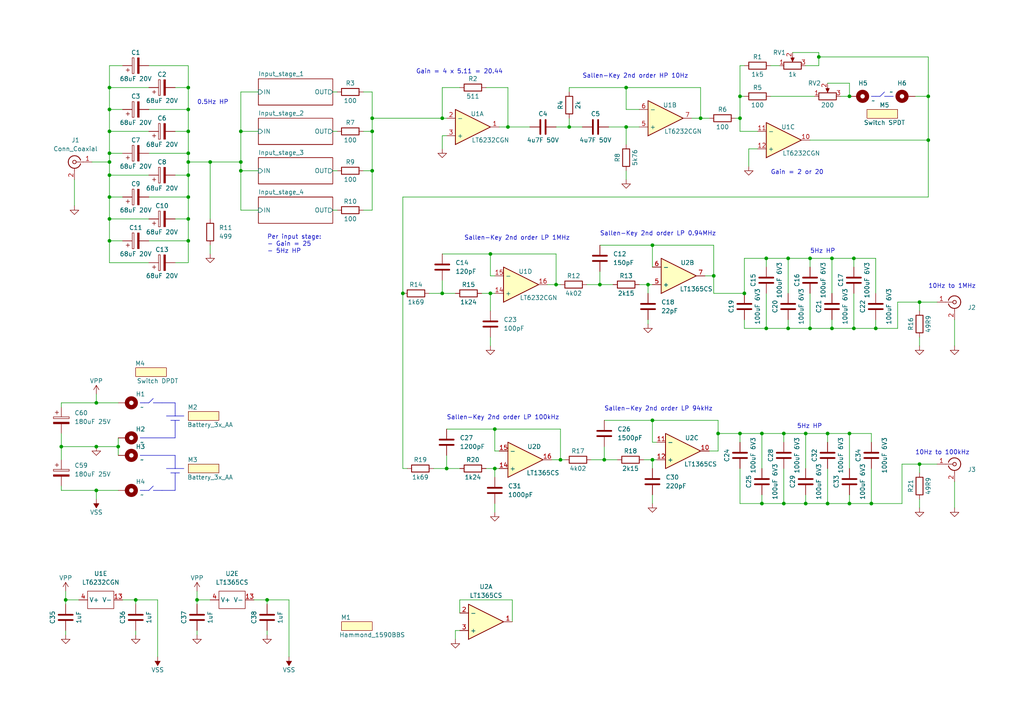
<source format=kicad_sch>
(kicad_sch (version 20230121) (generator eeschema)
  (paper "A4")
  (title_block (title "LNA_1MHz") (date "2024-02-08") (rev "V0") (comment 1 "Design based on Linear Technology AN-159") (comment 4 "Low Noise Amplifier 10Hz to 1MHz"))
  (junction (at 31.75 63.5))
  (junction (at 69.85 46.99))
  (junction (at 31.75 31.75))
  (junction (at 107.95 49.53))
  (junction (at 240.03 146.05))
  (junction (at 39.37 173.99))
  (junction (at 57.15 173.99))
  (junction (at 246.38 27.94))
  (junction (at 189.23 71.12))
  (junction (at 54.61 25.4))
  (junction (at 31.75 25.4))
  (junction (at 31.75 69.85))
  (junction (at 222.25 95.25))
  (junction (at 203.2 34.29))
  (junction (at 246.38 125.73))
  (junction (at 69.85 38.1))
  (junction (at 143.51 124.46))
  (junction (at 266.7 134.62))
  (junction (at 143.51 135.89))
  (junction (at 234.95 95.25))
  (junction (at 107.95 38.1))
  (junction (at 54.61 31.75))
  (junction (at 161.29 82.55))
  (junction (at 214.63 125.73))
  (junction (at 27.94 116.84))
  (junction (at 27.94 142.24))
  (junction (at 234.95 74.93))
  (junction (at 181.61 36.83))
  (junction (at 60.96 46.99))
  (junction (at 189.23 121.92))
  (junction (at 165.1 36.83))
  (junction (at 31.75 44.45))
  (junction (at 233.68 146.05))
  (junction (at 69.85 49.53))
  (junction (at 214.63 34.29))
  (junction (at 181.61 25.4))
  (junction (at 227.33 146.05))
  (junction (at 208.28 125.73))
  (junction (at 128.27 34.29))
  (junction (at 233.68 125.73))
  (junction (at 31.75 57.15))
  (junction (at 147.32 36.83))
  (junction (at 54.61 38.1))
  (junction (at 77.47 173.99))
  (junction (at 246.38 146.05))
  (junction (at 19.05 173.99))
  (junction (at 31.75 38.1))
  (junction (at 129.54 135.89))
  (junction (at 173.99 82.55))
  (junction (at 215.9 85.09))
  (junction (at 247.65 95.25))
  (junction (at 54.61 63.5))
  (junction (at 34.29 129.54))
  (junction (at 54.61 69.85))
  (junction (at 269.24 40.64))
  (junction (at 241.3 74.93))
  (junction (at 222.25 74.93))
  (junction (at 228.6 95.25))
  (junction (at 162.56 133.35))
  (junction (at 128.27 85.09))
  (junction (at 54.61 50.8))
  (junction (at 142.24 73.66))
  (junction (at 241.3 95.25))
  (junction (at 27.94 129.54))
  (junction (at 54.61 57.15))
  (junction (at 247.65 74.93))
  (junction (at 54.61 46.99))
  (junction (at 175.26 133.35))
  (junction (at 207.01 80.01))
  (junction (at 214.63 27.94))
  (junction (at 54.61 44.45))
  (junction (at 220.98 146.05))
  (junction (at 227.33 125.73))
  (junction (at 116.84 85.09))
  (junction (at 31.75 50.8))
  (junction (at 237.49 16.51))
  (junction (at 189.23 133.35))
  (junction (at 228.6 74.93))
  (junction (at 266.7 87.63))
  (junction (at 240.03 125.73))
  (junction (at 254 95.25))
  (junction (at 269.24 27.94))
  (junction (at 187.96 82.55))
  (junction (at 252.73 146.05))
  (junction (at 220.98 125.73))
  (junction (at 107.95 34.29))
  (junction (at 142.24 85.09))
  (junction (at 31.75 46.99))
  (junction (at 17.78 129.54))
  (wire (pts (xy 162.56 133.35) (xy 163.83 133.35)))
  (wire (pts (xy 45.72 173.99) (xy 45.72 190.5)))
  (wire (pts (xy 246.38 24.13) (xy 246.38 27.94)))
  (wire (pts (xy 190.5 128.27) (xy 189.23 128.27)))
  (wire (pts (xy 34.29 129.54) (xy 34.29 132.08)))
  (wire (pts (xy 173.99 78.74) (xy 173.99 82.55)))
  (wire (pts (xy 233.68 125.73) (xy 233.68 135.89)))
  (wire (pts (xy 144.78 130.81) (xy 143.51 130.81)))
  (wire (pts (xy 189.23 121.92) (xy 189.23 128.27)))
  (wire (pts (xy 128.27 85.09) (xy 132.08 85.09)))
  (wire (pts (xy 77.47 182.88) (xy 77.47 184.15)))
  (wire (pts (xy 175.26 133.35) (xy 179.07 133.35)))
  (wire (pts (xy 261.62 134.62) (xy 261.62 146.05)))
  (wire (pts (xy 246.38 125.73) (xy 240.03 125.73)))
  (wire (pts (xy 17.78 116.84) (xy 17.78 118.11)))
  (wire (pts (xy 181.61 25.4) (xy 203.2 25.4)))
  (wire (pts (xy 233.68 125.73) (xy 240.03 125.73)))
  (wire (pts (xy 237.49 16.51) (xy 237.49 19.05)))
  (wire (pts (xy 31.75 76.2) (xy 43.18 76.2)))
  (wire (pts (xy 69.85 49.53) (xy 69.85 60.96)))
  (wire (pts (xy 143.51 146.05) (xy 143.51 148.59)))
  (wire (pts (xy 74.93 26.67) (xy 69.85 26.67)))
  (wire (pts (xy 227.33 128.27) (xy 227.33 125.73)))
  (wire (pts (xy 252.73 146.05) (xy 246.38 146.05)))
  (wire (pts (xy 207.01 85.09) (xy 215.9 85.09)))
  (wire (pts (xy 96.52 38.1) (xy 97.79 38.1)))
  (wire (pts (xy 214.63 125.73) (xy 214.63 128.27)))
  (wire (pts (xy 187.96 82.55) (xy 189.23 82.55)))
  (wire (pts (xy 129.54 124.46) (xy 143.51 124.46)))
  (wire (pts (xy 252.73 135.89) (xy 252.73 146.05)))
  (wire (pts (xy 203.2 34.29) (xy 205.74 34.29)))
  (wire (pts (xy 181.61 49.53) (xy 181.61 52.07)))
  (wire (pts (xy 260.35 87.63) (xy 266.7 87.63)))
  (wire (pts (xy 214.63 27.94) (xy 214.63 34.29)))
  (polyline (pts (xy 50.8 132.08) (xy 50.8 135.89)))
  (wire (pts (xy 175.26 129.54) (xy 175.26 133.35)))
  (wire (pts (xy 266.7 134.62) (xy 266.7 137.16)))
  (wire (pts (xy 246.38 146.05) (xy 240.03 146.05)))
  (wire (pts (xy 133.35 182.88) (xy 132.08 182.88)))
  (wire (pts (xy 220.98 125.73) (xy 220.98 135.89)))
  (polyline (pts (xy 256.54 27.94) (xy 259.08 27.94)))
  (wire (pts (xy 189.23 143.51) (xy 189.23 146.05)))
  (wire (pts (xy 237.49 19.05) (xy 233.68 19.05)))
  (wire (pts (xy 31.75 63.5) (xy 31.75 69.85)))
  (wire (pts (xy 96.52 26.67) (xy 97.79 26.67)))
  (wire (pts (xy 31.75 69.85) (xy 31.75 76.2)))
  (wire (pts (xy 266.7 97.79) (xy 266.7 100.33)))
  (wire (pts (xy 107.95 49.53) (xy 107.95 38.1)))
  (wire (pts (xy 22.86 173.99) (xy 19.05 173.99)))
  (wire (pts (xy 140.97 25.4) (xy 147.32 25.4)))
  (wire (pts (xy 148.59 173.99) (xy 148.59 180.34)))
  (wire (pts (xy 54.61 76.2) (xy 50.8 76.2)))
  (wire (pts (xy 27.94 142.24) (xy 17.78 142.24)))
  (wire (pts (xy 261.62 146.05) (xy 252.73 146.05)))
  (wire (pts (xy 240.03 24.13) (xy 246.38 24.13)))
  (wire (pts (xy 227.33 135.89) (xy 227.33 146.05)))
  (wire (pts (xy 105.41 49.53) (xy 107.95 49.53)))
  (wire (pts (xy 50.8 25.4) (xy 54.61 25.4)))
  (wire (pts (xy 133.35 173.99) (xy 148.59 173.99)))
  (wire (pts (xy 241.3 74.93) (xy 234.95 74.93)))
  (polyline (pts (xy 41.91 116.84) (xy 43.18 116.84)))
  (wire (pts (xy 124.46 85.09) (xy 128.27 85.09)))
  (wire (pts (xy 77.47 173.99) (xy 83.82 173.99)))
  (wire (pts (xy 214.63 27.94) (xy 215.9 27.94)))
  (wire (pts (xy 254 74.93) (xy 247.65 74.93)))
  (polyline (pts (xy 40.64 132.08) (xy 50.8 132.08)))
  (wire (pts (xy 60.96 71.12) (xy 60.96 73.66)))
  (wire (pts (xy 229.87 15.24) (xy 237.49 15.24)))
  (wire (pts (xy 207.01 80.01) (xy 207.01 85.09)))
  (wire (pts (xy 128.27 39.37) (xy 129.54 39.37)))
  (wire (pts (xy 147.32 25.4) (xy 147.32 36.83)))
  (wire (pts (xy 54.61 69.85) (xy 54.61 76.2)))
  (wire (pts (xy 107.95 60.96) (xy 107.95 49.53)))
  (wire (pts (xy 31.75 57.15) (xy 31.75 63.5)))
  (wire (pts (xy 39.37 173.99) (xy 45.72 173.99)))
  (wire (pts (xy 143.51 135.89) (xy 144.78 135.89)))
  (wire (pts (xy 254 95.25) (xy 260.35 95.25)))
  (wire (pts (xy 254 92.71) (xy 254 95.25)))
  (wire (pts (xy 105.41 38.1) (xy 107.95 38.1)))
  (wire (pts (xy 77.47 173.99) (xy 77.47 175.26)))
  (wire (pts (xy 19.05 171.45) (xy 19.05 173.99)))
  (wire (pts (xy 128.27 34.29) (xy 129.54 34.29)))
  (wire (pts (xy 237.49 15.24) (xy 237.49 16.51)))
  (wire (pts (xy 54.61 38.1) (xy 54.61 44.45)))
  (wire (pts (xy 118.11 135.89) (xy 116.84 135.89)))
  (wire (pts (xy 129.54 132.08) (xy 129.54 135.89)))
  (wire (pts (xy 43.18 31.75) (xy 54.61 31.75)))
  (wire (pts (xy 128.27 25.4) (xy 128.27 34.29)))
  (wire (pts (xy 107.95 34.29) (xy 107.95 26.67)))
  (wire (pts (xy 35.56 19.05) (xy 31.75 19.05)))
  (wire (pts (xy 96.52 49.53) (xy 97.79 49.53)))
  (wire (pts (xy 105.41 60.96) (xy 107.95 60.96)))
  (wire (pts (xy 189.23 133.35) (xy 190.5 133.35)))
  (wire (pts (xy 233.68 146.05) (xy 233.68 143.51)))
  (polyline (pts (xy 40.64 127) (xy 50.8 127)))
  (wire (pts (xy 60.96 46.99) (xy 69.85 46.99)))
  (polyline (pts (xy 40.64 116.84) (xy 41.91 116.84)))
  (wire (pts (xy 252.73 125.73) (xy 246.38 125.73)))
  (wire (pts (xy 254 95.25) (xy 247.65 95.25)))
  (wire (pts (xy 222.25 95.25) (xy 222.25 85.09)))
  (wire (pts (xy 31.75 31.75) (xy 35.56 31.75)))
  (polyline (pts (xy 49.53 137.16) (xy 52.07 137.16)))
  (wire (pts (xy 220.98 125.73) (xy 227.33 125.73)))
  (wire (pts (xy 162.56 133.35) (xy 160.02 133.35)))
  (wire (pts (xy 269.24 16.51) (xy 269.24 27.94)))
  (wire (pts (xy 175.26 121.92) (xy 189.23 121.92)))
  (wire (pts (xy 19.05 173.99) (xy 19.05 175.26)))
  (wire (pts (xy 31.75 31.75) (xy 31.75 38.1)))
  (wire (pts (xy 222.25 95.25) (xy 228.6 95.25)))
  (wire (pts (xy 35.56 173.99) (xy 39.37 173.99)))
  (wire (pts (xy 240.03 135.89) (xy 240.03 146.05)))
  (wire (pts (xy 27.94 129.54) (xy 17.78 129.54)))
  (wire (pts (xy 240.03 128.27) (xy 240.03 125.73)))
  (wire (pts (xy 57.15 171.45) (xy 57.15 173.99)))
  (wire (pts (xy 214.63 38.1) (xy 219.71 38.1)))
  (wire (pts (xy 254 85.09) (xy 254 74.93)))
  (polyline (pts (xy 252.73 27.94) (xy 254 27.94)))
  (wire (pts (xy 57.15 173.99) (xy 57.15 175.26)))
  (polyline (pts (xy 50.8 137.16) (xy 50.8 142.24)))
  (wire (pts (xy 247.65 77.47) (xy 247.65 74.93)))
  (wire (pts (xy 187.96 92.71) (xy 187.96 93.98)))
  (wire (pts (xy 17.78 125.73) (xy 17.78 129.54)))
  (wire (pts (xy 181.61 36.83) (xy 181.61 41.91)))
  (wire (pts (xy 140.97 135.89) (xy 143.51 135.89)))
  (wire (pts (xy 54.61 19.05) (xy 54.61 25.4)))
  (wire (pts (xy 261.62 134.62) (xy 266.7 134.62)))
  (wire (pts (xy 142.24 80.01) (xy 143.51 80.01)))
  (wire (pts (xy 96.52 60.96) (xy 97.79 60.96)))
  (wire (pts (xy 133.35 25.4) (xy 128.27 25.4)))
  (wire (pts (xy 207.01 80.01) (xy 204.47 80.01)))
  (wire (pts (xy 165.1 25.4) (xy 181.61 25.4)))
  (wire (pts (xy 27.94 129.54) (xy 34.29 129.54)))
  (wire (pts (xy 260.35 95.25) (xy 260.35 87.63)))
  (wire (pts (xy 173.99 71.12) (xy 189.23 71.12)))
  (wire (pts (xy 185.42 31.75) (xy 181.61 31.75)))
  (wire (pts (xy 243.84 27.94) (xy 246.38 27.94)))
  (wire (pts (xy 162.56 124.46) (xy 162.56 133.35)))
  (wire (pts (xy 237.49 16.51) (xy 269.24 16.51)))
  (wire (pts (xy 215.9 92.71) (xy 215.9 95.25)))
  (polyline (pts (xy 50.8 116.84) (xy 50.8 120.65)))
  (wire (pts (xy 132.08 182.88) (xy 132.08 185.42)))
  (wire (pts (xy 27.94 116.84) (xy 17.78 116.84)))
  (wire (pts (xy 31.75 38.1) (xy 43.18 38.1)))
  (wire (pts (xy 219.71 43.18) (xy 217.17 43.18)))
  (wire (pts (xy 234.95 95.25) (xy 234.95 85.09)))
  (polyline (pts (xy 49.53 121.92) (xy 52.07 121.92)))
  (wire (pts (xy 207.01 71.12) (xy 207.01 80.01)))
  (wire (pts (xy 142.24 73.66) (xy 142.24 80.01)))
  (wire (pts (xy 215.9 85.09) (xy 215.9 74.93)))
  (wire (pts (xy 19.05 182.88) (xy 19.05 184.15)))
  (wire (pts (xy 31.75 19.05) (xy 31.75 25.4)))
  (wire (pts (xy 142.24 73.66) (xy 161.29 73.66)))
  (wire (pts (xy 234.95 74.93) (xy 234.95 77.47)))
  (wire (pts (xy 31.75 44.45) (xy 31.75 46.99)))
  (wire (pts (xy 73.66 173.99) (xy 77.47 173.99)))
  (polyline (pts (xy 50.8 135.89) (xy 53.34 135.89)))
  (wire (pts (xy 220.98 143.51) (xy 220.98 146.05)))
  (wire (pts (xy 203.2 34.29) (xy 200.66 34.29)))
  (wire (pts (xy 173.99 82.55) (xy 177.8 82.55)))
  (wire (pts (xy 69.85 60.96) (xy 74.93 60.96)))
  (wire (pts (xy 266.7 134.62) (xy 271.78 134.62)))
  (polyline (pts (xy 48.26 135.89) (xy 50.8 135.89)))
  (polyline (pts (xy 44.45 142.24) (xy 46.99 142.24)))
  (wire (pts (xy 54.61 50.8) (xy 54.61 57.15)))
  (wire (pts (xy 241.3 85.09) (xy 241.3 74.93)))
  (wire (pts (xy 176.53 36.83) (xy 181.61 36.83)))
  (wire (pts (xy 107.95 34.29) (xy 128.27 34.29)))
  (polyline (pts (xy 44.45 115.57) (xy 43.18 116.84)))
  (polyline (pts (xy 44.45 140.97) (xy 43.18 142.24)))
  (wire (pts (xy 57.15 182.88) (xy 57.15 184.15)))
  (wire (pts (xy 31.75 63.5) (xy 43.18 63.5)))
  (wire (pts (xy 228.6 85.09) (xy 228.6 74.93)))
  (wire (pts (xy 222.25 74.93) (xy 228.6 74.93)))
  (polyline (pts (xy 44.45 116.84) (xy 46.99 116.84)))
  (wire (pts (xy 214.63 146.05) (xy 220.98 146.05)))
  (wire (pts (xy 69.85 46.99) (xy 69.85 49.53)))
  (wire (pts (xy 228.6 95.25) (xy 234.95 95.25)))
  (wire (pts (xy 31.75 44.45) (xy 35.56 44.45)))
  (wire (pts (xy 161.29 36.83) (xy 165.1 36.83)))
  (wire (pts (xy 50.8 63.5) (xy 54.61 63.5)))
  (wire (pts (xy 227.33 125.73) (xy 233.68 125.73)))
  (wire (pts (xy 39.37 182.88) (xy 39.37 184.15)))
  (wire (pts (xy 217.17 43.18) (xy 217.17 48.26)))
  (wire (pts (xy 213.36 34.29) (xy 214.63 34.29)))
  (wire (pts (xy 128.27 43.18) (xy 128.27 39.37)))
  (wire (pts (xy 215.9 19.05) (xy 214.63 19.05)))
  (wire (pts (xy 185.42 82.55) (xy 187.96 82.55)))
  (wire (pts (xy 143.51 124.46) (xy 143.51 130.81)))
  (wire (pts (xy 215.9 95.25) (xy 222.25 95.25)))
  (wire (pts (xy 142.24 85.09) (xy 143.51 85.09)))
  (wire (pts (xy 83.82 173.99) (xy 83.82 190.5)))
  (wire (pts (xy 50.8 50.8) (xy 54.61 50.8)))
  (wire (pts (xy 214.63 19.05) (xy 214.63 27.94)))
  (wire (pts (xy 27.94 142.24) (xy 34.29 142.24)))
  (wire (pts (xy 107.95 38.1) (xy 107.95 34.29)))
  (wire (pts (xy 241.3 95.25) (xy 247.65 95.25)))
  (wire (pts (xy 171.45 133.35) (xy 175.26 133.35)))
  (wire (pts (xy 69.85 38.1) (xy 74.93 38.1)))
  (wire (pts (xy 266.7 87.63) (xy 266.7 90.17)))
  (wire (pts (xy 223.52 19.05) (xy 226.06 19.05)))
  (wire (pts (xy 276.86 139.7) (xy 276.86 147.32)))
  (wire (pts (xy 31.75 25.4) (xy 43.18 25.4)))
  (wire (pts (xy 27.94 142.24) (xy 27.94 144.78)))
  (wire (pts (xy 165.1 34.29) (xy 165.1 36.83)))
  (wire (pts (xy 27.94 114.3) (xy 27.94 116.84)))
  (wire (pts (xy 161.29 82.55) (xy 162.56 82.55)))
  (polyline (pts (xy 40.64 142.24) (xy 41.91 142.24)))
  (wire (pts (xy 223.52 27.94) (xy 236.22 27.94)))
  (wire (pts (xy 31.75 46.99) (xy 31.75 50.8)))
  (wire (pts (xy 208.28 130.81) (xy 205.74 130.81)))
  (wire (pts (xy 266.7 144.78) (xy 266.7 147.32)))
  (wire (pts (xy 189.23 121.92) (xy 208.28 121.92)))
  (polyline (pts (xy 50.8 121.92) (xy 50.8 127)))
  (wire (pts (xy 142.24 97.79) (xy 142.24 100.33)))
  (wire (pts (xy 241.3 95.25) (xy 234.95 95.25)))
  (wire (pts (xy 246.38 135.89) (xy 246.38 125.73)))
  (wire (pts (xy 252.73 128.27) (xy 252.73 125.73)))
  (wire (pts (xy 31.75 25.4) (xy 31.75 31.75)))
  (wire (pts (xy 266.7 87.63) (xy 271.78 87.63)))
  (wire (pts (xy 228.6 74.93) (xy 234.95 74.93)))
  (wire (pts (xy 147.32 36.83) (xy 144.78 36.83)))
  (wire (pts (xy 241.3 92.71) (xy 241.3 95.25)))
  (wire (pts (xy 43.18 69.85) (xy 54.61 69.85)))
  (wire (pts (xy 31.75 57.15) (xy 35.56 57.15)))
  (wire (pts (xy 214.63 135.89) (xy 214.63 146.05)))
  (wire (pts (xy 27.94 116.84) (xy 34.29 116.84)))
  (polyline (pts (xy 254 27.94) (xy 255.27 27.94)))
  (wire (pts (xy 31.75 50.8) (xy 43.18 50.8)))
  (wire (pts (xy 143.51 124.46) (xy 162.56 124.46)))
  (wire (pts (xy 161.29 82.55) (xy 158.75 82.55)))
  (wire (pts (xy 220.98 146.05) (xy 227.33 146.05)))
  (polyline (pts (xy 46.99 142.24) (xy 50.8 142.24)))
  (wire (pts (xy 187.96 85.09) (xy 187.96 82.55)))
  (wire (pts (xy 228.6 92.71) (xy 228.6 95.25)))
  (wire (pts (xy 181.61 36.83) (xy 185.42 36.83)))
  (wire (pts (xy 39.37 173.99) (xy 39.37 175.26)))
  (wire (pts (xy 54.61 46.99) (xy 54.61 50.8)))
  (wire (pts (xy 43.18 57.15) (xy 54.61 57.15)))
  (wire (pts (xy 222.25 77.47) (xy 222.25 74.93)))
  (wire (pts (xy 60.96 46.99) (xy 54.61 46.99)))
  (wire (pts (xy 170.18 82.55) (xy 173.99 82.55)))
  (wire (pts (xy 186.69 133.35) (xy 189.23 133.35)))
  (wire (pts (xy 21.59 52.07) (xy 21.59 59.69)))
  (wire (pts (xy 54.61 57.15) (xy 54.61 63.5)))
  (wire (pts (xy 215.9 74.93) (xy 222.25 74.93)))
  (wire (pts (xy 60.96 173.99) (xy 57.15 173.99)))
  (wire (pts (xy 227.33 146.05) (xy 233.68 146.05)))
  (wire (pts (xy 69.85 26.67) (xy 69.85 38.1)))
  (wire (pts (xy 43.18 44.45) (xy 54.61 44.45)))
  (wire (pts (xy 69.85 38.1) (xy 69.85 46.99)))
  (wire (pts (xy 116.84 57.15) (xy 269.24 57.15)))
  (wire (pts (xy 276.86 92.71) (xy 276.86 100.33)))
  (polyline (pts (xy 46.99 116.84) (xy 50.8 116.84)))
  (wire (pts (xy 269.24 27.94) (xy 269.24 40.64)))
  (wire (pts (xy 139.7 85.09) (xy 142.24 85.09)))
  (wire (pts (xy 208.28 125.73) (xy 208.28 130.81)))
  (wire (pts (xy 214.63 125.73) (xy 220.98 125.73)))
  (polyline (pts (xy 256.54 26.67) (xy 255.27 27.94)))
  (wire (pts (xy 54.61 25.4) (xy 54.61 31.75)))
  (wire (pts (xy 203.2 25.4) (xy 203.2 34.29)))
  (wire (pts (xy 129.54 135.89) (xy 133.35 135.89)))
  (wire (pts (xy 60.96 46.99) (xy 60.96 63.5)))
  (wire (pts (xy 165.1 36.83) (xy 168.91 36.83)))
  (wire (pts (xy 54.61 31.75) (xy 54.61 38.1)))
  (wire (pts (xy 133.35 177.8) (xy 133.35 173.99)))
  (wire (pts (xy 147.32 36.83) (xy 153.67 36.83)))
  (wire (pts (xy 214.63 38.1) (xy 214.63 34.29)))
  (wire (pts (xy 247.65 85.09) (xy 247.65 95.25)))
  (wire (pts (xy 128.27 73.66) (xy 142.24 73.66)))
  (wire (pts (xy 54.61 46.99) (xy 54.61 44.45)))
  (wire (pts (xy 165.1 26.67) (xy 165.1 25.4)))
  (wire (pts (xy 31.75 38.1) (xy 31.75 44.45)))
  (wire (pts (xy 246.38 143.51) (xy 246.38 146.05)))
  (wire (pts (xy 208.28 125.73) (xy 208.28 121.92)))
  (wire (pts (xy 107.95 26.67) (xy 105.41 26.67)))
  (wire (pts (xy 142.24 85.09) (xy 142.24 90.17)))
  (wire (pts (xy 240.03 146.05) (xy 233.68 146.05)))
  (wire (pts (xy 116.84 135.89) (xy 116.84 85.09)))
  (wire (pts (xy 269.24 57.15) (xy 269.24 40.64)))
  (wire (pts (xy 31.75 50.8) (xy 31.75 57.15)))
  (wire (pts (xy 17.78 140.97) (xy 17.78 142.24)))
  (wire (pts (xy 34.29 127) (xy 34.29 129.54)))
  (polyline (pts (xy 41.91 142.24) (xy 43.18 142.24)))
  (wire (pts (xy 181.61 31.75) (xy 181.61 25.4)))
  (wire (pts (xy 269.24 27.94) (xy 265.43 27.94)))
  (wire (pts (xy 26.67 46.99) (xy 31.75 46.99)))
  (wire (pts (xy 189.23 71.12) (xy 189.23 77.47)))
  (wire (pts (xy 189.23 71.12) (xy 207.01 71.12)))
  (polyline (pts (xy 50.8 120.65) (xy 53.34 120.65)))
  (polyline (pts (xy 48.26 120.65) (xy 50.8 120.65)))
  (wire (pts (xy 43.18 19.05) (xy 54.61 19.05)))
  (wire (pts (xy 31.75 69.85) (xy 35.56 69.85)))
  (wire (pts (xy 161.29 73.66) (xy 161.29 82.55)))
  (wire (pts (xy 116.84 57.15) (xy 116.84 85.09)))
  (wire (pts (xy 247.65 74.93) (xy 241.3 74.93)))
  (wire (pts (xy 234.95 40.64) (xy 269.24 40.64)))
  (wire (pts (xy 69.85 49.53) (xy 74.93 49.53)))
  (wire (pts (xy 17.78 133.35) (xy 17.78 129.54)))
  (wire (pts (xy 189.23 135.89) (xy 189.23 133.35)))
  (wire (pts (xy 125.73 135.89) (xy 129.54 135.89)))
  (wire (pts (xy 128.27 81.28) (xy 128.27 85.09)))
  (wire (pts (xy 54.61 63.5) (xy 54.61 69.85)))
  (wire (pts (xy 208.28 125.73) (xy 214.63 125.73)))
  (wire (pts (xy 143.51 138.43) (xy 143.51 135.89)))
  (wire (pts (xy 50.8 38.1) (xy 54.61 38.1)))
  (text "10Hz to 1MHz" (at 269.24 83.82 0) (effects (font (size 1.27 1.27)) (justify left bottom)))
  (text "Sallen-Key 2nd order LP 1MHz" (at 134.62 69.85 0) (effects (font (size 1.27 1.27)) (justify left bottom)))
  (text "Sallen-Key 2nd order LP 94kHz" (at 175.26 119.38 0) (effects (font (size 1.27 1.27)) (justify left bottom)))
  (text "Sallen-Key 2nd order LP 100kHz" (at 129.54 121.92 0) (effects (font (size 1.27 1.27)) (justify left bottom)))
  (text "Sallen-Key 2nd order HP 10Hz" (at 168.91 22.86 0) (effects (font (size 1.27 1.27)) (justify left bottom)))
  (text "5Hz HP" (at 234.95 73.66 0) (effects (font (size 1.27 1.27)) (justify left bottom)))
  (text "0.5Hz HP" (at 57.15 30.48 0) (effects (font (size 1.27 1.27)) (justify left bottom)))
  (text "Gain = 2 or 20" (at 223.52 50.8 0) (effects (font (size 1.27 1.27)) (justify left bottom)))
  (text "10Hz to 100kHz" (at 265.43 132.08 0) (effects (font (size 1.27 1.27)) (justify left bottom)))
  (text "Gain = 4 x 5.11 = 20.44" (at 120.65 21.59 0) (effects (font (size 1.27 1.27)) (justify left bottom)))
  (text "5Hz HP" (at 231.14 124.46 0) (effects (font (size 1.27 1.27)) (justify left bottom)))
  (text "Per input stage:\n- Gain = 25\n- 5Hz HP" (at 77.47 73.66 0) (effects (font (size 1.27 1.27)) (justify left bottom)))
  (text "Sallen-Key 2nd order LP 0.94MHz" (at 173.99 68.58 0) (effects (font (size 1.27 1.27)) (justify left bottom)))
  (symbol (lib_id "Device:C") (at 128.27 77.47 0) (unit 1)
    (property "Reference" "C14" (at 132.08 76.2 0) (effects (justify left)))
    (property "Value" "120pF" (at 132.08 78.74 0) (effects (justify left)))
    (property "Footprint" "Capacitor_SMD:C_1206_3216Metric_Pad1.33x1.80mm_HandSolder" (effects hide))
    (property "Part" "AVX, 12065A121JAT2A" (effects hide))
  )
  (symbol (lib_id "Device:C") (at 227.33 132.08 0) (mirror y) (unit 1)
    (property "Reference" "C28" (at 223.52 132.08 90))
    (property "Value" "100uF 6V3" (at 231.14 132.08 90))
    (property "Footprint" "Capacitor_SMD:C_1206_3216Metric_Pad1.33x1.80mm_HandSolder" (effects hide))
    (property "Part" "MURATA, GRM31CR60J107ME39L" (effects hide))
  )
  (symbol (lib_id "Mechanical:MountingHole_Pad") (at 262.89 27.94 90) (unit 1)
    (property "Reference" "H6" (at 261.62 24.13 90))
    (property "Value" "~" (at 259.08 26.67 90) (effects (justify left)))
    (property "Footprint" "TestPoint:TestPoint_THTPad_2.0x2.0mm_Drill1.0mm" (effects hide))
  )
  (symbol (lib_id "Device:C") (at 233.68 139.7 0) (mirror y) (unit 1)
    (property "Reference" "C29" (at 229.87 139.7 90))
    (property "Value" "100uF 6V3" (at 237.49 139.7 90))
    (property "Footprint" "Capacitor_SMD:C_1206_3216Metric_Pad1.33x1.80mm_HandSolder" (effects hide))
    (property "Part" "MURATA, GRM31CR60J107ME39L" (effects hide))
  )
  (symbol (lib_id "power:VSS") (at 45.72 190.5 180) (unit 1)
    (property "Reference" "#PWR021" (effects hide))
    (property "Value" "VSS" (at 45.72 194.31 0))
  )
  (symbol (lib_id "Device:R") (at 166.37 82.55 90) (unit 1)
    (property "Reference" "R12" (at 166.37 80.01 90))
    (property "Value" "4k02" (at 166.37 85.09 90))
    (property "Footprint" "Resistor_SMD:R_1206_3216Metric_Pad1.30x1.75mm_HandSolder" (effects hide))
    (property "Part" "VISHAY, CRCW12064K02FKEA" (effects hide))
  )
  (symbol (lib_id "power:GND") (at 181.61 52.07 0) (unit 1)
    (property "Reference" "#PWR03" (effects hide))
    (property "Value" "GND" (effects hide))
  )
  (symbol (lib_id "Device:R_Potentiometer") (at 240.03 27.94 90) (unit 1)
    (property "Reference" "RV2" (at 236.22 24.13 90))
    (property "Value" "200" (at 240.03 30.48 90))
    (property "Footprint" "Potentiometer_THT:Potentiometer_Bourns_3296X_Horizontal" (effects hide))
    (property "Part" "BOURNS, 3296X-1-201LF" (effects hide))
  )
  (symbol (lib_id "power:GND") (at 266.7 147.32 0) (unit 1)
    (property "Reference" "#PWR012" (effects hide))
    (property "Value" "GND" (effects hide))
  )
  (symbol (lib_id "Device:R") (at 182.88 133.35 90) (unit 1)
    (property "Reference" "R18" (at 182.88 130.81 90))
    (property "Value" "2k15" (at 182.88 135.89 90))
    (property "Footprint" "Resistor_SMD:R_1206_3216Metric_Pad1.30x1.75mm_HandSolder" (effects hide))
    (property "Part" "VISHAY, CRCW12062K15FKEA" (effects hide))
  )
  (symbol (lib_id "power:GND") (at 143.51 148.59 0) (unit 1)
    (property "Reference" "#PWR011" (effects hide))
    (property "Value" "GND" (effects hide))
  )
  (symbol (lib_id "Device:C") (at 234.95 81.28 180) (unit 1)
    (property "Reference" "C16" (at 231.14 81.28 90))
    (property "Value" "100uF 6V3" (at 238.76 81.28 90))
    (property "Footprint" "Capacitor_SMD:C_1206_3216Metric_Pad1.33x1.80mm_HandSolder" (effects hide))
    (property "Part" "MURATA, GRM31CR60J107ME39L" (effects hide))
  )
  (symbol (lib_id "Device:C_Polarized") (at 39.37 69.85 90) (unit 1)
    (property "Reference" "C11" (at 39.37 66.04 90))
    (property "Value" "68uF 20V" (at 39.37 73.66 90))
    (property "Footprint" "Capacitor_Tantalum_SMD:CP_EIA-7343-30_AVX-N_Pad2.25x2.55mm_HandSolder" (effects hide))
    (property "Part" "AVX, TPSE686M020R0150" (effects hide))
  )
  (symbol (lib_id "Device:C") (at 222.25 81.28 180) (unit 1)
    (property "Reference" "C15" (at 218.44 81.28 90))
    (property "Value" "100uF 6V3" (at 226.06 81.28 90))
    (property "Footprint" "Capacitor_SMD:C_1206_3216Metric_Pad1.33x1.80mm_HandSolder" (effects hide))
    (property "Part" "MURATA, GRM31CR60J107ME39L" (effects hide))
  )
  (symbol (lib_id "Device:C_Polarized") (at 17.78 121.92 0) (unit 1)
    (property "Reference" "C60" (at 21.59 119.761 0) (effects (justify left)))
    (property "Value" "180uF 25V" (at 21.59 122.301 0) (effects (justify left)))
    (property "Footprint" "Capacitor_THT:CP_Radial_D8.0mm_P3.50mm" (effects hide))
    (property "Part" "PANASONIC, 25SEPF180M" (effects hide))
  )
  (symbol (lib_id "Device:C") (at 214.63 132.08 0) (mirror y) (unit 1)
    (property "Reference" "C24" (at 210.82 132.08 90))
    (property "Value" "100uF 6V3" (at 218.44 132.08 90))
    (property "Footprint" "Capacitor_SMD:C_1206_3216Metric_Pad1.33x1.80mm_HandSolder" (effects hide))
    (property "Part" "MURATA, GRM31CR60J107ME39L" (effects hide))
  )
  (symbol (lib_id "Device:R") (at 101.6 60.96 90) (unit 1)
    (property "Reference" "R10" (at 101.6 58.42 90))
    (property "Value" "100" (at 101.6 63.5 90))
    (property "Footprint" "Resistor_SMD:R_1206_3216Metric_Pad1.30x1.75mm_HandSolder" (effects hide))
    (property "Part" "VISHAY, CRCW1206100RFKEA" (effects hide))
  )
  (symbol (lib_id "Device:R") (at 101.6 49.53 90) (unit 1)
    (property "Reference" "R9" (at 101.6 46.99 90))
    (property "Value" "100" (at 101.6 52.07 90))
    (property "Footprint" "Resistor_SMD:R_1206_3216Metric_Pad1.30x1.75mm_HandSolder" (effects hide))
    (property "Part" "VISHAY, CRCW1206100RFKEA" (effects hide))
  )
  (symbol (lib_id "Device:R") (at 120.65 85.09 90) (unit 1)
    (property "Reference" "R14" (at 120.65 82.55 90))
    (property "Value" "1k69" (at 120.65 87.63 90))
    (property "Footprint" "Resistor_SMD:R_1206_3216Metric_Pad1.30x1.75mm_HandSolder" (effects hide))
    (property "Part" "VISHAY, CRCW12061K69FKEA" (effects hide))
  )
  (symbol (lib_id "power:GND") (at 142.24 100.33 0) (unit 1)
    (property "Reference" "#PWR07" (effects hide))
    (property "Value" "GND" (effects hide))
  )
  (symbol (lib_id "Device:R") (at 266.7 140.97 180) (unit 1)
    (property "Reference" "R21" (at 264.16 140.97 90))
    (property "Value" "49R9" (at 269.24 140.97 90))
    (property "Footprint" "Resistor_SMD:R_1206_3216Metric_Pad1.30x1.75mm_HandSolder" (effects hide))
    (property "Part" "VISHAY, CRCW120649R9FKEA" (effects hide))
  )
  (symbol (lib_id "Device:C") (at 129.54 128.27 0) (unit 1)
    (property "Reference" "C27" (at 133.35 127 0) (effects (justify left)))
    (property "Value" "1200pF" (at 133.35 129.54 0) (effects (justify left)))
    (property "Footprint" "Capacitor_SMD:C_1206_3216Metric_Pad1.33x1.80mm_HandSolder" (effects hide))
    (property "Part" "AVX, 12065A122JAT2A" (effects hide))
  )
  (symbol (lib_id "power:GND") (at 27.94 129.54 0) (unit 1)
    (property "Reference" "#PWR039" (effects hide))
    (property "Value" "GND" (effects hide))
  )
  (symbol (lib_id "Mechanical:MountingHole_Pad") (at 36.83 127 270) (unit 1)
    (property "Reference" "H2" (at 39.37 124.46 90) (effects (justify left)))
    (property "Value" "~" (at 40.64 128.27 90) (effects (justify left)))
    (property "Footprint" "TestPoint:TestPoint_THTPad_2.0x2.0mm_Drill1.0mm" (effects hide))
  )
  (symbol (lib_id "power:GND") (at 39.37 184.15 0) (unit 1)
    (property "Reference" "#PWR017" (effects hide))
    (property "Value" "GND" (effects hide))
  )
  (symbol (lib_id "power:VSS") (at 83.82 190.5 180) (unit 1)
    (property "Reference" "#PWR022" (effects hide))
    (property "Value" "VSS" (at 83.82 194.31 0))
  )
  (symbol (lib_id "User_symbol:Dummy_Mech") (at 255.27 33.02 0) (unit 1)
    (property "Reference" "M5" (at 256.54 30.48 0))
    (property "Value" "Switch SPDT" (at 256.54 35.56 0))
    (property "Footprint" "User_footprint:Multicomp, 1MS1T1B5M1QE" (effects hide))
    (property "Part" "Multicomp, 1MS1T1B5M1QE" (effects hide))
  )
  (symbol (lib_id "Device:C") (at 241.3 88.9 180) (unit 1)
    (property "Reference" "C21" (at 237.49 88.9 90))
    (property "Value" "100uF 6V3" (at 245.11 88.9 90))
    (property "Footprint" "Capacitor_SMD:C_1206_3216Metric_Pad1.33x1.80mm_HandSolder" (effects hide))
    (property "Part" "MURATA, GRM31CR60J107ME39L" (effects hide))
  )
  (symbol (lib_id "User_symbol:Dummy_Mech") (at 58.42 135.89 0) (unit 1)
    (property "Reference" "M3" (at 55.88 133.35 0))
    (property "Value" "Battery_3x_AA" (at 60.96 138.43 0))
    (property "Footprint" "User_footprint:Battery_Holder_3x_AA_no_pin" (effects hide))
    (property "Part" "Multicomp, MP000331" (effects hide))
  )
  (symbol (lib_id "Device:C") (at 77.47 179.07 180) (unit 1)
    (property "Reference" "C38" (at 73.66 179.07 90))
    (property "Value" "1uF" (at 81.28 179.07 90))
    (property "Footprint" "Capacitor_THT:C_Rect_L7.2mm_W5.5mm_P5.00mm_FKS2_FKP2_MKS2_MKP2" (effects hide))
    (property "Part" "WIMA, MKS2C041001F00K" (effects hide))
  )
  (symbol (lib_id "Device:C") (at 228.6 88.9 180) (unit 1)
    (property "Reference" "C20" (at 224.79 88.9 90))
    (property "Value" "100uF 6V3" (at 232.41 88.9 90))
    (property "Footprint" "Capacitor_SMD:C_1206_3216Metric_Pad1.33x1.80mm_HandSolder" (effects hide))
    (property "Part" "MURATA, GRM31CR60J107ME39L" (effects hide))
  )
  (symbol (lib_id "Device:R") (at 219.71 19.05 90) (unit 1)
    (property "Reference" "R1" (at 219.71 16.51 90))
    (property "Value" "1k5" (at 219.71 21.59 90))
    (property "Footprint" "Resistor_SMD:R_1206_3216Metric_Pad1.30x1.75mm_HandSolder" (effects hide))
    (property "Part" "VISHAY, CRCW12061K50FKEA" (effects hide))
  )
  (symbol (lib_id "power:GND") (at 21.59 59.69 0) (unit 1)
    (property "Reference" "#PWR04" (effects hide))
    (property "Value" "GND" (effects hide))
  )
  (symbol (lib_id "User_symbol:LT6232CGN") (at 149.86 82.55 0) (mirror x) (unit 4)
    (property "Reference" "U1" (at 152.4 78.74 0))
    (property "Value" "LT6232CGN" (at 156.21 86.36 0))
    (property "Footprint" "Package_SO:SSOP-16_3.9x4.9mm_P0.635mm" (effects hide))
    (property "Datasheet" "https://www.analog.com/media/en/technical-documentation/data-sheets/623012fc.pdf" (effects hide))
    (property "Part" "Linear Tech., LT6232CGN#PBF" (effects hide))
  )
  (symbol (lib_id "Device:R") (at 135.89 85.09 90) (unit 1)
    (property "Reference" "R15" (at 135.89 82.55 90))
    (property "Value" "1k24" (at 135.89 87.63 90))
    (property "Footprint" "Resistor_SMD:R_1206_3216Metric_Pad1.30x1.75mm_HandSolder" (effects hide))
    (property "Part" "VISHAY, CRCW12061K24FKEA" (effects hide))
  )
  (symbol (lib_id "Mechanical:MountingHole_Pad") (at 248.92 27.94 270) (unit 1)
    (property "Reference" "H5" (at 248.92 24.13 90) (effects (justify left)))
    (property "Value" "~" (at 252.73 29.21 90) (effects (justify left)))
    (property "Footprint" "TestPoint:TestPoint_THTPad_2.0x2.0mm_Drill1.0mm" (effects hide))
  )
  (symbol (lib_id "Device:R") (at 209.55 34.29 90) (unit 1)
    (property "Reference" "R6" (at 209.55 31.75 90))
    (property "Value" "100" (at 209.55 36.83 90))
    (property "Footprint" "Resistor_SMD:R_1206_3216Metric_Pad1.30x1.75mm_HandSolder" (effects hide))
    (property "Part" "VISHAY, CRCW1206100RFKEA" (effects hide))
  )
  (symbol (lib_id "power:GND") (at 276.86 100.33 0) (unit 1)
    (property "Reference" "#PWR09" (effects hide))
    (property "Value" "GND" (effects hide))
  )
  (symbol (lib_id "Device:C_Polarized") (at 39.37 57.15 90) (unit 1)
    (property "Reference" "C9" (at 39.37 53.34 90))
    (property "Value" "68uF 20V" (at 39.37 60.96 90))
    (property "Footprint" "Capacitor_Tantalum_SMD:CP_EIA-7343-30_AVX-N_Pad2.25x2.55mm_HandSolder" (effects hide))
    (property "Part" "AVX, TPSE686M020R0150" (effects hide))
  )
  (symbol (lib_id "User_symbol:Dummy_Mech") (at 43.18 107.95 0) (unit 1)
    (property "Reference" "M4" (at 40.64 105.41 0))
    (property "Value" "Switch DPDT" (at 45.72 110.49 0))
    (property "Footprint" "User_footprint:Multicomp, 1MD1T1B5M1QE" (effects hide))
    (property "Part" "Multicomp, 1MD1T1B5M1QE" (effects hide))
  )
  (symbol (lib_id "Device:R") (at 60.96 67.31 0) (unit 1)
    (property "Reference" "R11" (at 63.5 66.04 0) (effects (justify left)))
    (property "Value" "499" (at 63.5 68.58 0) (effects (justify left)))
    (property "Footprint" "Resistor_SMD:R_1206_3216Metric_Pad1.30x1.75mm_HandSolder" (effects hide))
    (property "Part" "VISHAY, CRCW1206499RFKEA" (effects hide))
  )
  (symbol (lib_id "Device:R") (at 219.71 27.94 90) (unit 1)
    (property "Reference" "R5" (at 219.71 25.4 90))
    (property "Value" "100" (at 219.71 30.48 90))
    (property "Footprint" "Resistor_SMD:R_1206_3216Metric_Pad1.30x1.75mm_HandSolder" (effects hide))
    (property "Part" "VISHAY, CRCW1206100RFKEA" (effects hide))
  )
  (symbol (lib_id "Device:C") (at 143.51 142.24 0) (unit 1)
    (property "Reference" "C31" (at 147.32 140.97 0) (effects (justify left)))
    (property "Value" "1000pF" (at 147.32 143.51 0) (effects (justify left)))
    (property "Footprint" "Capacitor_SMD:C_1206_3216Metric_Pad1.33x1.80mm_HandSolder" (effects hide))
    (property "Part" "AVX, 12065A102JAT2A" (effects hide))
  )
  (symbol (lib_id "Device:C_Polarized") (at 39.37 31.75 90) (unit 1)
    (property "Reference" "C3" (at 39.37 27.94 90))
    (property "Value" "68uF 20V" (at 39.37 35.56 90))
    (property "Footprint" "Capacitor_Tantalum_SMD:CP_EIA-7343-30_AVX-N_Pad2.25x2.55mm_HandSolder" (effects hide))
    (property "Part" "AVX, TPSE686M020R0150" (effects hide))
  )
  (symbol (lib_id "Device:C_Polarized") (at 46.99 25.4 90) (unit 1)
    (property "Reference" "C2" (at 46.99 21.59 90))
    (property "Value" "68uF 20V" (at 46.99 29.21 90))
    (property "Footprint" "Capacitor_Tantalum_SMD:CP_EIA-7343-30_AVX-N_Pad2.25x2.55mm_HandSolder" (effects hide))
    (property "Part" "AVX, TPSE686M020R0150" (effects hide))
  )
  (symbol (lib_id "power:VSS") (at 27.94 144.78 180) (unit 1)
    (property "Reference" "#PWR029" (effects hide))
    (property "Value" "VSS" (at 27.94 148.59 0))
  )
  (symbol (lib_id "Device:R") (at 101.6 38.1 90) (unit 1)
    (property "Reference" "R7" (at 101.6 35.56 90))
    (property "Value" "100" (at 101.6 40.64 90))
    (property "Footprint" "Resistor_SMD:R_1206_3216Metric_Pad1.30x1.75mm_HandSolder" (effects hide))
    (property "Part" "VISHAY, CRCW1206100RFKEA" (effects hide))
  )
  (symbol (lib_id "power:GND") (at 187.96 93.98 0) (unit 1)
    (property "Reference" "#PWR06" (effects hide))
    (property "Value" "GND" (effects hide))
  )
  (symbol (lib_id "User_symbol:Dummy_Mech") (at 58.42 120.65 0) (unit 1)
    (property "Reference" "M2" (at 55.88 118.11 0))
    (property "Value" "Battery_3x_AA" (at 60.96 123.19 0))
    (property "Footprint" "User_footprint:Battery_Holder_3x_AA_no_pin" (effects hide))
    (property "Part" "Multicomp, MP000331" (effects hide))
  )
  (symbol (lib_id "Device:C") (at 240.03 132.08 0) (mirror y) (unit 1)
    (property "Reference" "C32" (at 236.22 132.08 90))
    (property "Value" "100uF 6V3" (at 243.84 132.08 90))
    (property "Footprint" "Capacitor_SMD:C_1206_3216Metric_Pad1.33x1.80mm_HandSolder" (effects hide))
    (property "Part" "MURATA, GRM31CR60J107ME39L" (effects hide))
  )
  (symbol (lib_id "Connector:Conn_Coaxial") (at 21.59 46.99 0) (mirror y) (unit 1)
    (property "Reference" "J1" (at 21.9074 40.64 0))
    (property "Value" "Conn_Coaxial" (at 21.9074 43.18 0))
    (property "Footprint" "User_footprint:BNC_TycoElect_5227" (effects hide))
    (property "Datasheet" " ~" (effects hide))
    (property "Part" "TE 5227673­1, TE 1­329632­2, TE 1­329631­2" (effects hide))
  )
  (symbol (lib_id "Device:C") (at 246.38 139.7 0) (mirror y) (unit 1)
    (property "Reference" "C33" (at 242.57 139.7 90))
    (property "Value" "100uF 6V3" (at 250.19 139.7 90))
    (property "Footprint" "Capacitor_SMD:C_1206_3216Metric_Pad1.33x1.80mm_HandSolder" (effects hide))
    (property "Part" "MURATA, GRM31CR60J107ME39L" (effects hide))
  )
  (symbol (lib_id "power:VPP") (at 57.15 171.45 0) (unit 1)
    (property "Reference" "#PWR015" (effects hide))
    (property "Value" "VPP" (at 57.15 167.64 0))
  )
  (symbol (lib_id "Device:C") (at 175.26 125.73 0) (unit 1)
    (property "Reference" "C26" (at 179.07 124.46 0) (effects (justify left)))
    (property "Value" "1500pF" (at 179.07 127 0) (effects (justify left)))
    (property "Footprint" "Capacitor_SMD:C_1206_3216Metric_Pad1.33x1.80mm_HandSolder" (effects hide))
    (property "Part" "AVX, 12065A152JAT2A" (effects hide))
  )
  (symbol (lib_id "power:GND") (at 217.17 48.26 0) (unit 1)
    (property "Reference" "#PWR02" (effects hide))
    (property "Value" "GND" (effects hide))
  )
  (symbol (lib_id "Device:C") (at 39.37 179.07 180) (unit 1)
    (property "Reference" "C36" (at 35.56 179.07 90))
    (property "Value" "1uF" (at 43.18 179.07 90))
    (property "Footprint" "Capacitor_THT:C_Rect_L7.2mm_W5.5mm_P5.00mm_FKS2_FKP2_MKS2_MKP2" (effects hide))
    (property "Part" "WIMA, MKS2C041001F00K" (effects hide))
  )
  (symbol (lib_id "Connector:Conn_Coaxial") (at 276.86 87.63 0) (unit 1)
    (property "Reference" "J2" (at 280.67 89.1932 0) (effects (justify left)))
    (property "Value" "Conn_Coaxial" (effects hide))
    (property "Footprint" "User_footprint:BNC_TycoElect_5227" (effects hide))
    (property "Datasheet" " ~" (effects hide))
    (property "Part" "TE 5227222-3, TE 1­329632­2, TE 1­329631­2" (effects hide))
  )
  (symbol (lib_id "User_symbol:LT6232CGN") (at 191.77 34.29 0) (mirror x) (unit 2)
    (property "Reference" "U1" (at 194.31 30.48 0))
    (property "Value" "LT6232CGN" (at 198.12 38.1 0))
    (property "Footprint" "Package_SO:SSOP-16_3.9x4.9mm_P0.635mm" (effects hide))
    (property "Datasheet" "https://www.analog.com/media/en/technical-documentation/data-sheets/623012fc.pdf" (effects hide))
    (property "Part" "Linear Tech., LT6232CGN#PBF" (effects hide))
  )
  (symbol (lib_id "User_symbol:Dummy_Mech") (at 102.87 181.61 0) (unit 1)
    (property "Reference" "M1" (at 100.33 179.07 0))
    (property "Value" "Hammond_1590BBS" (at 107.95 184.15 0))
    (property "Footprint" "User_footprint:Hammond_1590BBS" (effects hide))
    (property "Part" "Hammond, 1590BBS" (effects hide))
  )
  (symbol (lib_id "Device:C_Polarized") (at 46.99 50.8 90) (unit 1)
    (property "Reference" "C8" (at 46.99 46.99 90))
    (property "Value" "68uF 20V" (at 46.99 54.61 90))
    (property "Footprint" "Capacitor_Tantalum_SMD:CP_EIA-7343-30_AVX-N_Pad2.25x2.55mm_HandSolder" (effects hide))
    (property "Part" "AVX, TPSE686M020R0150" (effects hide))
  )
  (symbol (lib_id "Device:R") (at 181.61 82.55 90) (unit 1)
    (property "Reference" "R13" (at 181.61 80.01 90))
    (property "Value" "2k15" (at 181.61 85.09 90))
    (property "Footprint" "Resistor_SMD:R_1206_3216Metric_Pad1.30x1.75mm_HandSolder" (effects hide))
    (property "Part" "VISHAY, CRCW12062K15FKEA" (effects hide))
  )
  (symbol (lib_id "power:GND") (at 189.23 146.05 0) (unit 1)
    (property "Reference" "#PWR010" (effects hide))
    (property "Value" "GND" (effects hide))
  )
  (symbol (lib_id "Device:C") (at 173.99 74.93 0) (unit 1)
    (property "Reference" "C12" (at 177.8 73.66 0) (effects (justify left)))
    (property "Value" "150pF" (at 177.8 76.2 0) (effects (justify left)))
    (property "Footprint" "Capacitor_SMD:C_1206_3216Metric_Pad1.33x1.80mm_HandSolder" (effects hide))
    (property "Part" "AVX, 12065A151JAT2A" (effects hide))
  )
  (symbol (lib_id "power:VPP") (at 19.05 171.45 0) (unit 1)
    (property "Reference" "#PWR014" (effects hide))
    (property "Value" "VPP" (at 19.05 167.64 0))
  )
  (symbol (lib_id "Device:R_Potentiometer") (at 229.87 19.05 90) (unit 1)
    (property "Reference" "RV1" (at 226.06 15.24 90))
    (property "Value" "1k" (at 229.87 21.59 90))
    (property "Footprint" "Potentiometer_THT:Potentiometer_Bourns_3296X_Horizontal" (effects hide))
    (property "Part" "BOURNS, 3296X-1-102LF" (effects hide))
  )
  (symbol (lib_id "User_symbol:LT6232CGN") (at 135.89 36.83 0) (mirror x) (unit 1)
    (property "Reference" "U1" (at 138.43 33.02 0))
    (property "Value" "LT6232CGN" (at 142.24 40.64 0))
    (property "Footprint" "Package_SO:SSOP-16_3.9x4.9mm_P0.635mm" (effects hide))
    (property "Datasheet" "https://www.analog.com/media/en/technical-documentation/data-sheets/623012fc.pdf" (effects hide))
    (property "Part" "Linear Tech., LT6232CGN#PBF" (effects hide))
  )
  (symbol (lib_id "Device:C") (at 142.24 93.98 0) (unit 1)
    (property "Reference" "C23" (at 146.05 92.71 0) (effects (justify left)))
    (property "Value" "100pF" (at 146.05 95.25 0) (effects (justify left)))
    (property "Footprint" "Capacitor_SMD:C_1206_3216Metric_Pad1.33x1.80mm_HandSolder" (effects hide))
    (property "Part" "AVX, 12065A101JAT2A" (effects hide))
  )
  (symbol (lib_id "power:GND") (at 266.7 100.33 0) (unit 1)
    (property "Reference" "#PWR08" (effects hide))
    (property "Value" "GND" (effects hide))
  )
  (symbol (lib_id "Device:R") (at 167.64 133.35 90) (unit 1)
    (property "Reference" "R17" (at 167.64 130.81 90))
    (property "Value" "4k02" (at 167.64 135.89 90))
    (property "Footprint" "Resistor_SMD:R_1206_3216Metric_Pad1.30x1.75mm_HandSolder" (effects hide))
    (property "Part" "VISHAY, CRCW12064K02FKEA" (effects hide))
  )
  (symbol (lib_id "User_symbol:LT1365CS") (at 151.13 133.35 0) (mirror x) (unit 4)
    (property "Reference" "U2" (at 154.94 129.54 0))
    (property "Value" "LT1365CS" (at 157.48 137.16 0))
    (property "Footprint" "Package_SO:SO-16_3.9x9.9mm_P1.27mm" (effects hide))
    (property "Datasheet" "https://www.analog.com/media/en/technical-documentation/data-sheets/13645fa.pdf" (effects hide))
    (property "Part" "Linear Tech., LT1365CS#PBF" (effects hide))
  )
  (symbol (lib_id "Device:C") (at 57.15 179.07 180) (unit 1)
    (property "Reference" "C37" (at 53.34 179.07 90))
    (property "Value" "1uF" (at 60.96 179.07 90))
    (property "Footprint" "Capacitor_THT:C_Rect_L7.2mm_W5.5mm_P5.00mm_FKS2_FKP2_MKS2_MKP2" (effects hide))
    (property "Part" "WIMA, MKS2C041001F00K" (effects hide))
  )
  (symbol (lib_id "Device:C") (at 172.72 36.83 90) (unit 1)
    (property "Reference" "C5" (at 172.72 33.02 90))
    (property "Value" "4u7F 50V" (at 172.72 40.64 90))
    (property "Footprint" "Capacitor_THT:C_Rect_L7.2mm_W7.2mm_P5.00mm_FKS2_FKP2_MKS2_MKP2" (effects hide))
    (property "Part" "WIMA, MKS2B044701K00K" (effects hide))
  )
  (symbol (lib_id "power:GND") (at 19.05 184.15 0) (unit 1)
    (property "Reference" "#PWR016" (effects hide))
    (property "Value" "GND" (effects hide))
  )
  (symbol (lib_id "User_symbol:LT6232CGN") (at 25.4 173.99 0) (unit 5)
    (property "Reference" "U1" (at 29.21 166.37 0))
    (property "Value" "LT6232CGN" (at 29.21 168.91 0))
    (property "Footprint" "Package_SO:SSOP-16_3.9x4.9mm_P0.635mm" (effects hide))
    (property "Datasheet" "https://www.analog.com/media/en/technical-documentation/data-sheets/623012fc.pdf" (effects hide))
    (property "Part" "Linear Tech., LT6232CGN#PBF" (effects hide))
  )
  (symbol (lib_id "Device:C") (at 157.48 36.83 90) (unit 1)
    (property "Reference" "C4" (at 157.48 33.02 90))
    (property "Value" "4u7F 50V" (at 157.48 40.64 90))
    (property "Footprint" "Capacitor_THT:C_Rect_L7.2mm_W7.2mm_P5.00mm_FKS2_FKP2_MKS2_MKP2" (effects hide))
    (property "Part" "WIMA, MKS2B044701K00K" (effects hide))
  )
  (symbol (lib_id "Device:C") (at 252.73 132.08 0) (mirror y) (unit 1)
    (property "Reference" "C34" (at 248.92 132.08 90))
    (property "Value" "100uF 6V3" (at 256.54 132.08 90))
    (property "Footprint" "Capacitor_SMD:C_1206_3216Metric_Pad1.33x1.80mm_HandSolder" (effects hide))
    (property "Part" "MURATA, GRM31CR60J107ME39L" (effects hide))
  )
  (symbol (lib_id "Device:C_Polarized") (at 46.99 63.5 90) (unit 1)
    (property "Reference" "C10" (at 46.99 59.69 90))
    (property "Value" "68uF 20V" (at 46.99 67.31 90))
    (property "Footprint" "Capacitor_Tantalum_SMD:CP_EIA-7343-30_AVX-N_Pad2.25x2.55mm_HandSolder" (effects hide))
    (property "Part" "AVX, TPSE686M020R0150" (effects hide))
  )
  (symbol (lib_id "User_symbol:LT1365CS") (at 139.7 180.34 0) (mirror x) (unit 1)
    (property "Reference" "U2" (at 140.97 170.18 0))
    (property "Value" "LT1365CS" (at 140.97 172.72 0))
    (property "Footprint" "Package_SO:SO-16_3.9x9.9mm_P1.27mm" (effects hide))
    (property "Datasheet" "https://www.analog.com/media/en/technical-documentation/data-sheets/13645fa.pdf" (effects hide))
    (property "Part" "Linear Tech., LT1365CS#PBF" (effects hide))
  )
  (symbol (lib_id "Device:C") (at 189.23 139.7 0) (unit 1)
    (property "Reference" "C30" (at 193.04 138.43 0) (effects (justify left)))
    (property "Value" "220pF" (at 193.04 140.97 0) (effects (justify left)))
    (property "Footprint" "Capacitor_SMD:C_1206_3216Metric_Pad1.33x1.80mm_HandSolder" (effects hide))
    (property "Part" "AVX, 12065A221JAT2A" (effects hide))
  )
  (symbol (lib_id "power:GND") (at 60.96 73.66 0) (unit 1)
    (property "Reference" "#PWR05" (effects hide))
    (property "Value" "GND" (effects hide))
  )
  (symbol (lib_id "User_symbol:LT1365CS") (at 63.5 173.99 0) (mirror x) (unit 5)
    (property "Reference" "U2" (at 67.31 166.37 0))
    (property "Value" "LT1365CS" (at 67.31 168.91 0))
    (property "Footprint" "Package_SO:SO-16_3.9x9.9mm_P1.27mm" (effects hide))
    (property "Datasheet" "https://www.analog.com/media/en/technical-documentation/data-sheets/13645fa.pdf" (effects hide))
    (property "Part" "Linear Tech., LT1365CS#PBF" (effects hide))
  )
  (symbol (lib_id "Device:C_Polarized") (at 17.78 137.16 0) (unit 1)
    (property "Reference" "C59" (at 21.59 135.001 0) (effects (justify left)))
    (property "Value" "180uF 25V" (at 21.59 137.541 0) (effects (justify left)))
    (property "Footprint" "Capacitor_THT:CP_Radial_D8.0mm_P3.50mm" (effects hide))
    (property "Part" "PANASONIC, 25SEPF180M" (effects hide))
  )
  (symbol (lib_id "power:GND") (at 57.15 184.15 0) (unit 1)
    (property "Reference" "#PWR018" (effects hide))
    (property "Value" "GND" (effects hide))
  )
  (symbol (lib_id "User_symbol:LT6232CGN") (at 226.06 40.64 0) (mirror x) (unit 3)
    (property "Reference" "U1" (at 228.6 36.83 0))
    (property "Value" "LT6232CGN" (at 232.41 44.45 0))
    (property "Footprint" "Package_SO:SSOP-16_3.9x4.9mm_P0.635mm" (effects hide))
    (property "Datasheet" "https://www.analog.com/media/en/technical-documentation/data-sheets/623012fc.pdf" (effects hide))
    (property "Part" "Linear Tech., LT6232CGN#PBF" (effects hide))
  )
  (symbol (lib_id "Device:C") (at 247.65 81.28 180) (unit 1)
    (property "Reference" "C17" (at 243.84 81.28 90))
    (property "Value" "100uF 6V3" (at 251.46 81.28 90))
    (property "Footprint" "Capacitor_SMD:C_1206_3216Metric_Pad1.33x1.80mm_HandSolder" (effects hide))
    (property "Part" "MURATA, GRM31CR60J107ME39L" (effects hide))
  )
  (symbol (lib_id "Mechanical:MountingHole_Pad") (at 36.83 142.24 270) (unit 1)
    (property "Reference" "H4" (at 39.37 139.7 90) (effects (justify left)))
    (property "Value" "~" (at 40.64 143.51 90) (effects (justify left)))
    (property "Footprint" "TestPoint:TestPoint_THTPad_2.0x2.0mm_Drill1.0mm" (effects hide))
  )
  (symbol (lib_id "Device:C") (at 19.05 179.07 180) (unit 1)
    (property "Reference" "C35" (at 15.24 179.07 90))
    (property "Value" "1uF" (at 22.86 179.07 90))
    (property "Footprint" "Capacitor_THT:C_Rect_L7.2mm_W5.5mm_P5.00mm_FKS2_FKP2_MKS2_MKP2" (effects hide))
    (property "Part" "WIMA, MKS2C041001F00K" (effects hide))
  )
  (symbol (lib_id "Device:C_Polarized") (at 46.99 38.1 90) (unit 1)
    (property "Reference" "C6" (at 46.99 34.29 90))
    (property "Value" "68uF 20V" (at 46.99 41.91 90))
    (property "Footprint" "Capacitor_Tantalum_SMD:CP_EIA-7343-30_AVX-N_Pad2.25x2.55mm_HandSolder" (effects hide))
    (property "Part" "AVX, TPSE686M020R0150" (effects hide))
  )
  (symbol (lib_id "Device:R") (at 121.92 135.89 90) (unit 1)
    (property "Reference" "R19" (at 121.92 133.35 90))
    (property "Value" "1k69" (at 121.92 138.43 90))
    (property "Footprint" "Resistor_SMD:R_1206_3216Metric_Pad1.30x1.75mm_HandSolder" (effects hide))
    (property "Part" "VISHAY, CRCW12061K69FKEA" (effects hide))
  )
  (symbol (lib_id "power:GND") (at 276.86 147.32 0) (unit 1)
    (property "Reference" "#PWR013" (effects hide))
    (property "Value" "GND" (effects hide))
  )
  (symbol (lib_id "Device:R") (at 181.61 45.72 180) (unit 1)
    (property "Reference" "R8" (at 179.07 45.72 90))
    (property "Value" "5k76" (at 184.15 45.72 90))
    (property "Footprint" "Resistor_SMD:R_1206_3216Metric_Pad1.30x1.75mm_HandSolder" (effects hide))
    (property "Part" "VISHAY, CRCW12065K76FKEA" (effects hide))
  )
  (symbol (lib_id "power:GND") (at 132.08 185.42 0) (unit 1)
    (property "Reference" "#PWR020" (effects hide))
    (property "Value" "GND" (effects hide))
  )
  (symbol (lib_id "Device:C") (at 220.98 139.7 0) (mirror y) (unit 1)
    (property "Reference" "C25" (at 217.17 139.7 90))
    (property "Value" "100uF 6V3" (at 224.79 139.7 90))
    (property "Footprint" "Capacitor_SMD:C_1206_3216Metric_Pad1.33x1.80mm_HandSolder" (effects hide))
    (property "Part" "MURATA, GRM31CR60J107ME39L" (effects hide))
  )
  (symbol (lib_id "Device:R") (at 137.16 135.89 90) (unit 1)
    (property "Reference" "R20" (at 137.16 133.35 90))
    (property "Value" "1k24" (at 137.16 138.43 90))
    (property "Footprint" "Resistor_SMD:R_1206_3216Metric_Pad1.30x1.75mm_HandSolder" (effects hide))
    (property "Part" "VISHAY, CRCW12061K24FKEA" (effects hide))
  )
  (symbol (lib_id "Device:C") (at 254 88.9 180) (unit 1)
    (property "Reference" "C22" (at 250.19 88.9 90))
    (property "Value" "100uF 6V3" (at 257.81 88.9 90))
    (property "Footprint" "Capacitor_SMD:C_1206_3216Metric_Pad1.33x1.80mm_HandSolder" (effects hide))
    (property "Part" "MURATA, GRM31CR60J107ME39L" (effects hide))
  )
  (symbol (lib_id "Device:C_Polarized") (at 39.37 19.05 90) (unit 1)
    (property "Reference" "C1" (at 39.37 15.24 90))
    (property "Value" "68uF 20V" (at 39.37 22.86 90))
    (property "Footprint" "Capacitor_Tantalum_SMD:CP_EIA-7343-30_AVX-N_Pad2.25x2.55mm_HandSolder" (effects hide))
    (property "Part" "AVX, TPSE686M020R0150" (effects hide))
  )
  (symbol (lib_id "power:GND") (at 77.47 184.15 0) (unit 1)
    (property "Reference" "#PWR019" (effects hide))
    (property "Value" "GND" (effects hide))
  )
  (symbol (lib_id "Device:R") (at 137.16 25.4 90) (unit 1)
    (property "Reference" "R2" (at 137.16 22.86 90))
    (property "Value" "511" (at 137.16 27.94 90))
    (property "Footprint" "Resistor_SMD:R_1206_3216Metric_Pad1.30x1.75mm_HandSolder" (effects hide))
    (property "Part" "VISHAY, CRCW1206511RFKEA" (effects hide))
  )
  (symbol (lib_id "Device:C_Polarized") (at 46.99 76.2 90) (unit 1)
    (property "Reference" "C13" (at 46.99 72.39 90))
    (property "Value" "68uF 20V" (at 46.99 80.01 90))
    (property "Footprint" "Capacitor_Tantalum_SMD:CP_EIA-7343-30_AVX-N_Pad2.25x2.55mm_HandSolder" (effects hide))
    (property "Part" "AVX, TPSE686M020R0150" (effects hide))
  )
  (symbol (lib_id "Connector:Conn_Coaxial") (at 276.86 134.62 0) (unit 1)
    (property "Reference" "J3" (at 280.67 136.1832 0) (effects (justify left)))
    (property "Value" "Conn_Coaxial" (effects hide))
    (property "Footprint" "User_footprint:BNC_TycoElect_5227" (effects hide))
    (property "Datasheet" " ~" (effects hide))
    (property "Part" "TE 5227222-3, TE 1­329632­2, TE 1­329631­2" (effects hide))
  )
  (symbol (lib_id "User_symbol:LT1365CS") (at 195.58 80.01 0) (mirror x) (unit 2)
    (property "Reference" "U2" (at 199.39 76.2 0))
    (property "Value" "LT1365CS" (at 201.93 83.82 0))
    (property "Footprint" "Package_SO:SO-16_3.9x9.9mm_P1.27mm" (effects hide))
    (property "Datasheet" "https://www.analog.com/media/en/technical-documentation/data-sheets/13645fa.pdf" (effects hide))
    (property "Part" "Linear Tech., LT1365CS#PBF" (effects hide))
  )
  (symbol (lib_id "Device:C") (at 187.96 88.9 0) (unit 1)
    (property "Reference" "C18" (at 191.77 87.63 0) (effects (justify left)))
    (property "Value" "22pF" (at 191.77 90.17 0) (effects (justify left)))
    (property "Footprint" "Capacitor_SMD:C_1206_3216Metric_Pad1.33x1.80mm_HandSolder" (effects hide))
    (property "Part" "AVX, 12065A220JAT2A" (effects hide))
  )
  (symbol (lib_id "Device:R") (at 266.7 93.98 180) (unit 1)
    (property "Reference" "R16" (at 264.16 93.98 90))
    (property "Value" "49R9" (at 269.24 93.98 90))
    (property "Footprint" "Resistor_SMD:R_1206_3216Metric_Pad1.30x1.75mm_HandSolder" (effects hide))
    (property "Part" "VISHAY, CRCW120649R9FKEA" (effects hide))
  )
  (symbol (lib_id "Mechanical:MountingHole_Pad") (at 36.83 132.08 270) (unit 1)
    (property "Reference" "H3" (at 39.37 129.54 90) (effects (justify left)))
    (property "Value" "~" (at 40.64 133.35 90) (effects (justify left)))
    (property "Footprint" "TestPoint:TestPoint_THTPad_2.0x2.0mm_Drill1.0mm" (effects hide))
  )
  (symbol (lib_id "Device:R") (at 101.6 26.67 90) (unit 1)
    (property "Reference" "R3" (at 101.6 24.13 90))
    (property "Value" "100" (at 101.6 29.21 90))
    (property "Footprint" "Resistor_SMD:R_1206_3216Metric_Pad1.30x1.75mm_HandSolder" (effects hide))
    (property "Part" "VISHAY, CRCW1206100RFKEA" (effects hide))
  )
  (symbol (lib_id "Mechanical:MountingHole_Pad") (at 36.83 116.84 270) (unit 1)
    (property "Reference" "H1" (at 39.37 114.3 90) (effects (justify left)))
    (property "Value" "~" (at 40.64 118.11 90) (effects (justify left)))
    (property "Footprint" "TestPoint:TestPoint_THTPad_2.0x2.0mm_Drill1.0mm" (effects hide))
  )
  (symbol (lib_id "User_symbol:LT1365CS") (at 196.85 130.81 0) (mirror x) (unit 3)
    (property "Reference" "U2" (at 200.66 127 0))
    (property "Value" "LT1365CS" (at 203.2 134.62 0))
    (property "Footprint" "Package_SO:SO-16_3.9x9.9mm_P1.27mm" (effects hide))
    (property "Datasheet" "https://www.analog.com/media/en/technical-documentation/data-sheets/13645fa.pdf" (effects hide))
    (property "Part" "Linear Tech., LT1365CS#PBF" (effects hide))
  )
  (symbol (lib_id "power:VPP") (at 27.94 114.3 0) (unit 1)
    (property "Reference" "#PWR049" (effects hide))
    (property "Value" "VPP" (at 27.94 110.49 0))
  )
  (symbol (lib_id "power:GND") (at 128.27 43.18 0) (unit 1)
    (property "Reference" "#PWR01" (effects hide))
    (property "Value" "GND" (effects hide))
  )
  (symbol (lib_id "Device:R") (at 165.1 30.48 180) (unit 1)
    (property "Reference" "R4" (at 162.56 30.48 90))
    (property "Value" "2k" (at 167.64 30.48 90))
    (property "Footprint" "Resistor_SMD:R_1206_3216Metric_Pad1.30x1.75mm_HandSolder" (effects hide))
    (property "Part" "VISHAY, CRCW12062K00FKEA" (effects hide))
  )
  (symbol (lib_id "Device:C") (at 215.9 88.9 180) (unit 1)
    (property "Reference" "C19" (at 212.09 88.9 90))
    (property "Value" "100uF 6V3" (at 219.71 88.9 90))
    (property "Footprint" "Capacitor_SMD:C_1206_3216Metric_Pad1.33x1.80mm_HandSolder" (effects hide))
    (property "Part" "MURATA, GRM31CR60J107ME39L" (effects hide))
  )
  (symbol (lib_id "Device:C_Polarized") (at 39.37 44.45 90) (unit 1)
    (property "Reference" "C7" (at 39.37 40.64 90))
    (property "Value" "68uF 20V" (at 39.37 48.26 90))
    (property "Footprint" "Capacitor_Tantalum_SMD:CP_EIA-7343-30_AVX-N_Pad2.25x2.55mm_HandSolder" (effects hide))
    (property "Part" "AVX, TPSE686M020R0150" (effects hide))
  )
  (sheet (at 74.93 45.72) (size 21.59 7.62) (stroke (width 0.1524))
    (property "Sheetname" "Input_stage_3" (at 74.93 45.0084 0) (effects (justify left bottom)))
    (property "Sheetfile" "Input_stage.kicad_sch" (effects hide))
    (pin "IN" input (at 74.93 49.53 180))
    (pin "OUT" output (at 96.52 49.53 0))
  )
  (sheet (at 74.93 34.29) (size 21.59 7.62) (stroke (width 0.1524))
    (property "Sheetname" "Input_stage_2" (at 74.93 33.5784 0) (effects (justify left bottom)))
    (property "Sheetfile" "Input_stage.kicad_sch" (effects hide))
    (pin "IN" input (at 74.93 38.1 180))
    (pin "OUT" output (at 96.52 38.1 0))
  )
  (sheet (at 74.93 57.15) (size 21.59 7.62) (stroke (width 0.1524))
    (property "Sheetname" "Input_stage_4" (at 74.93 56.4384 0) (effects (justify left bottom)))
    (property "Sheetfile" "Input_stage.kicad_sch" (effects hide))
    (pin "IN" input (at 74.93 60.96 180))
    (pin "OUT" output (at 96.52 60.96 0))
  )
  (sheet (at 74.93 22.86) (size 21.59 7.62) (stroke (width 0.1524))
    (property "Sheetname" "Input_stage_1" (at 74.93 22.1484 0) (effects (justify left bottom)))
    (property "Sheetfile" "Input_stage.kicad_sch" (effects hide))
    (pin "IN" input (at 74.93 26.67 180))
    (pin "OUT" output (at 96.52 26.67 0))
  )
)
</source>
